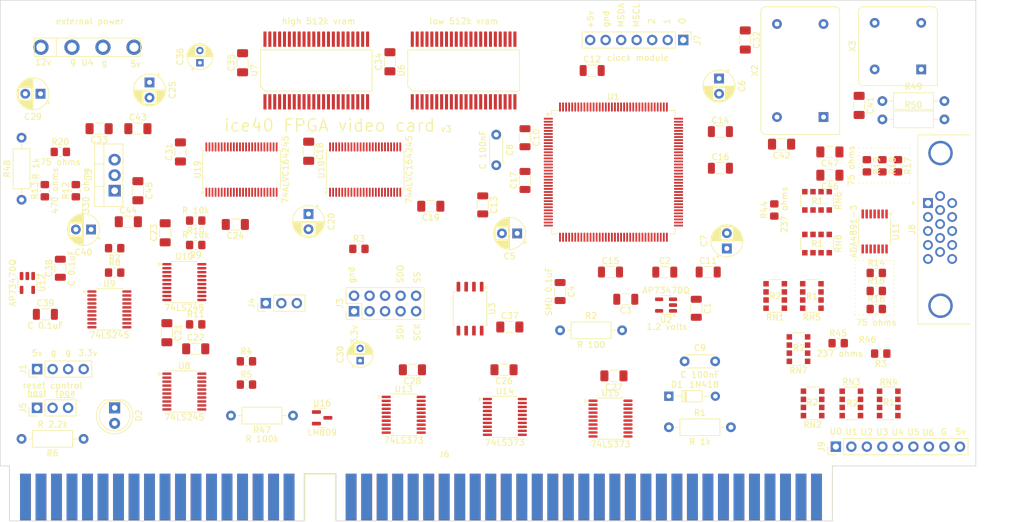
<source format=kicad_pcb>
(kicad_pcb (version 20240108) (generator "pcbnew") (generator_version "8.0")
  (layers (0 "F.Cu" signal) (1 "In1.Cu" signal) (2 "In2.Cu" signal) (31 "B.Cu" signal) (34 "B.Paste" user) (35 "F.Paste" user) (36 "B.SilkS" user "B.Silkscreen") (37 "F.SilkS" user "F.Silkscreen") (38 "B.Mask" user) (39 "F.Mask" user) (44 "Edge.Cuts" user))
  (net 0 "")
  (net 1 "+3.3V")
  (net 2 "GND")
  (net 3 "+1V2")
  (net 4 "Net-(U1E-VCCPLL0)")
  (net 5 "Net-(U1E-GNDPLL0)")
  (net 6 "+5V")
  (net 7 "Net-(D1-K)")
  (net 8 "Net-(D2-K)")
  (net 9 "CDONE_PROG")
  (net 11 "SPI_SCK")
  (net 12 "SPI_SDO")
  (net 13 "CRESET")
  (net 14 "SPI_SDI")
  (net 15 "SPI_SS")
  (net 17 "Net-(J4-Pin_1)")
  (net 18 "Net-(J4-Pin_3)")
  (net 19 "FPGA_RESET")
  (net 20 "DB06")
  (net 21 "HOST_RESET")
  (net 22 "IOR")
  (net 24 "AB03")
  (net 27 "AB08")
  (net 29 "IO_RDY")
  (net 31 "LA21")
  (net 33 "AB10")
  (net 34 "DB07")
  (net 36 "DB00")
  (net 37 "ISA_CLK")
  (net 38 "DB03")
  (net 40 "+12V")
  (net 42 "AB13")
  (net 43 "DB12")
  (net 44 "SMEMW")
  (net 46 "DB09")
  (net 47 "AB16")
  (net 50 "NOWS")
  (net 51 "BALE")
  (net 52 "MEMW")
  (net 53 "AB09")
  (net 55 "AB15")
  (net 57 "DB04")
  (net 60 "DB13")
  (net 61 "IOCS16")
  (net 62 "DB05")
  (net 66 "AB04")
  (net 68 "DB08")
  (net 69 "DB01")
  (net 71 "IOW")
  (net 72 "LA19")
  (net 73 "AB06")
  (net 76 "AB05")
  (net 78 "AB19")
  (net 79 "SBHE")
  (net 80 "LA17")
  (net 82 "AB17")
  (net 83 "LA23")
  (net 84 "CHRDY")
  (net 85 "LA18")
  (net 87 "AB01")
  (net 88 "AB07")
  (net 89 "AB12")
  (net 91 "AB00")
  (net 92 "DB10")
  (net 93 "MEMR")
  (net 94 "DB14")
  (net 96 "LA22")
  (net 97 "CHRDY_FPGA")
  (net 98 "LA20")
  (net 100 "AB11")
  (net 101 "AB18")
  (net 103 "MEMCS16")
  (net 105 "DB11")
  (net 106 "DB15")
  (net 107 "SMEMR")
  (net 108 "AB02")
  (net 109 "DB02")
  (net 110 "AB14")
  (net 112 "Net-(RN3A-R1.1)")
  (net 116 "VSYNC")
  (net 119 "HSYNC")
  (net 120 "Net-(RN1A-R1.1)")
  (net 121 "Net-(RN2C-R3.1)")
  (net 122 "Net-(U2-EN)")
  (net 123 "Net-(U9-A->B)")
  (net 124 "Net-(U9-CE)")
  (net 125 "Net-(U8-A->B)")
  (net 126 "Net-(U10-A->B)")
  (net 127 "Net-(U10-CE)")
  (net 128 "Net-(U12-EN)")
  (net 129 "Net-(X3-EN)")
  (net 130 "Net-(X2-Tri-State)")
  (net 131 "Net-(RN1C-R3.1)")
  (net 132 "Net-(RN1B-R2.1)")
  (net 133 "Net-(RN1D-R4.1)")
  (net 134 "Net-(RN2D-R4.1)")
  (net 135 "Net-(RN2A-R1.1)")
  (net 136 "Net-(RN2B-R2.1)")
  (net 137 "Net-(RN3B-R2.1)")
  (net 138 "Net-(RN3D-R4.1)")
  (net 139 "Net-(RN3C-R3.1)")
  (net 140 "Net-(RN4D-R4.2)")
  (net 141 "Net-(RN4A-R1.2)")
  (net 142 "Net-(RN4C-R3.2)")
  (net 143 "Net-(RN4B-R2.2)")
  (net 145 "IOR_FPGA")
  (net 146 "VD08")
  (net 147 "AV03")
  (net 148 "write_cmd")
  (net 149 "DS12")
  (net 150 "VD01")
  (net 151 "read_cmd")
  (net 152 "TE2")
  (net 154 "PIXEL_CLOCK")
  (net 155 "ALT19")
  (net 156 "TE3")
  (net 157 "FPGA_CLOCK")
  (net 158 "VD05")
  (net 159 "VD15")
  (net 160 "ALT16")
  (net 161 "AV04")
  (net 163 "DS05")
  (net 164 "AV19")
  (net 165 "AV09")
  (net 166 "MEMW_FPGA")
  (net 167 "ADS_LATCH")
  (net 168 "VD12")
  (net 171 "TE1")
  (net 172 "VGA_LATCH_RESET")
  (net 173 "AV01")
  (net 174 "MEMCS16_FPGA")
  (net 175 "DS04")
  (net 176 "ALT17")
  (net 177 "DS15")
  (net 178 "IOW_FPGA")
  (net 179 "Net-(U5-ADJ)")
  (net 181 "DS13")
  (net 182 "AV15")
  (net 183 "VRAM_high_en")
  (net 184 "VD02")
  (net 185 "BALE_FPGA")
  (net 186 "FPGA_RDY")
  (net 187 "IOCS16_FPGA")
  (net 188 "FPGA_WR")
  (net 189 "DS10")
  (net 191 "DS11")
  (net 192 "TE0")
  (net 193 "VD11")
  (net 194 "VGA_LATCH_CLK")
  (net 196 "ADS_OE")
  (net 197 "AV02")
  (net 198 "AV18")
  (net 199 "VD04")
  (net 200 "AV12")
  (net 201 "NOWS_FPGA")
  (net 202 "DS00")
  (net 203 "AV05")
  (net 204 "DS07")
  (net 205 "VRAM_low_en")
  (net 206 "AV13")
  (net 207 "AV07")
  (net 208 "1024_CLOCK")
  (net 209 "VD09")
  (net 210 "VD03")
  (net 211 "AV08")
  (net 212 "VD13")
  (net 213 "DS06")
  (net 214 "VD10")
  (net 215 "VD06")
  (net 216 "AV11")
  (net 217 "AV00")
  (net 218 "MEMR_FPGA")
  (net 219 "VD00")
  (net 220 "DS01")
  (net 221 "DS08")
  (net 222 "ALT18")
  (net 223 "FPGA_IO_EN")
  (net 224 "ISA_CLOCK_FPGA")
  (net 225 "AV17")
  (net 226 "AV14")
  (net 227 "SMEMW_FPGA")
  (net 228 "VD14")
  (net 229 "SMEMR_FPGA")
  (net 231 "DS09")
  (net 232 "VD07")
  (net 233 "DS14")
  (net 234 "AV16")
  (net 235 "DS02")
  (net 236 "AV10")
  (net 237 "DS03")
  (net 238 "AV06")
  (net 239 "SBHE_FPGA")
  (net 247 "HOST_RESET_FPGA")
  (net 258 "MCLK2")
  (net 261 "MCLK1")
  (net 276 "MSCL")
  (net 277 "MSDA")
  (net 278 "MCLK0")
  (net 288 "Net-(U11C--)")
  (net 289 "Net-(U11D--)")
  (net 290 "Net-(U11B--)")
  (net 291 "Net-(J8-Pad1)")
  (net 292 "Net-(J8-Pad3)")
  (net 293 "Net-(J8-Pad2)")
  (net 294 "Net-(R13-Pad2)")
  (net 295 "Net-(U11A-~{PD1})")
  (net 296 "Net-(U11A-~{PD2})")
  (net 297 "Net-(U11A-~{PD3})")
  (net 298 "UNUSED6")
  (net 299 "UNUSED5")
  (net 300 "UNUSED2")
  (net 301 "UNUSED0")
  (net 302 "UNUSED3")
  (net 303 "UNUSED4")
  (net 304 "UNUSED1")
  (footprint "Capacitor_SMD:C_1206_3216Metric_Pad1.33x1.80mm_HandSolder" (layer "F.Cu") (at 167.64 92.71 -90)
    (property "Reference" "C41")
    (property "Value" "0.1uF")
  )
  (footprint "Resistor_SMD:R_0805_2012Metric_Pad1.20x1.40mm_HandSolder" (layer "F.Cu") (at 171.45 102.6 -90)
    (property "Reference" "R18")
    (property "Value" "75 ohms")
  )
  (footprint "Package_SO:TSSOP-14_4.4x5mm_P0.65mm" (layer "F.Cu") (at 170.18 113.3525 -90)
    (property "Reference" "U11")
    (property "Value" "ADA4891-3")
  )
  (footprint "Capacitor_THT:CP_Radial_D5.0mm_P2.50mm" (layer "F.Cu") (at 51.435 88.94 -90)
    (property "Reference" "C25")
    (property "Value" "C_Polarized")
  )
  (footprint "Capacitor_THT:CP_Radial_D5.0mm_P2.50mm" (layer "F.Cu") (at 111.645 113.665 180)
    (property "Reference" "C5")
    (property "Value" "C_Polarized")
  )
  (footprint "Resistor_THT:R_Axial_DIN0207_L6.3mm_D2.5mm_P10.16mm_Horizontal" (layer "F.Cu") (at 171.45 92)
    (property "Reference" "R49")
    (property "Value" "R 1k")
  )
  (footprint "Capacitor_SMD:C_1206_3216Metric_Pad1.33x1.80mm_HandSolder" (layer "F.Cu") (at 56.4975 100.33 90)
    (property "Reference" "C31")
    (property "Value" "0.1uF")
  )
  (footprint "Diode_THT:D_DO-34_SOD68_P7.62mm_Horizontal" (layer "F.Cu") (at 136.48 140.335)
    (property "Reference" "D1")
    (property "Value" "D")
  )
  (footprint "Capacitor_SMD:C_1206_3216Metric_Pad1.33x1.80mm_HandSolder" (layer "F.Cu") (at 162.8525 100.33 180)
    (property "Reference" "C47")
    (property "Value" "C 1uF")
  )
  (footprint "Package_SO:TSSOP-20_4.4x6.5mm_P0.65mm" (layer "F.Cu") (at 93.0625 143.375)
    (property "Reference" "U13")
    (property "Value" "74LS373")
  )
  (footprint "Resistor_SMD:R_0805_2012Metric_Pad1.20x1.40mm_HandSolder" (layer "F.Cu") (at 59 115.57 180)
    (property "Reference" "R9")
    (property "Value" "R 10k")
  )
  (footprint "Capacitor_SMD:C_1206_3216Metric" (layer "F.Cu") (at 140.97 125.935 -90)
    (property "Reference" "C1")
    (property "Value" "C 0.1uF")
  )
  (footprint "Resistor_SMD:R_Array_Convex_4x1206" (layer "F.Cu") (at 172.49 141.51)
    (property "Reference" "RN4")
    (property "Value" "R_Pack04_Split")
  )
  (footprint "Resistor_THT:R_Axial_DIN0207_L6.3mm_D2.5mm_P10.16mm_Horizontal" (layer "F.Cu") (at 74.93 143.51 180)
    (property "Reference" "R47")
    (property "Value" "R 100k")
  )
  (footprint "Package_SO:TSSOP-20_4.4x6.5mm_P0.65mm" (layer "F.Cu") (at 57.1375 139.57)
    (property "Reference" "U8")
    (property "Value" "74LS245")
  )
  (footprint "Package_SO:TSSOP-20_4.4x6.5mm_P0.65mm" (layer "F.Cu") (at 57.1375 121.645)
    (property "Reference" "U10")
    (property "Value" "74LS245")
  )
  (footprint "Capacitor_THT:CP_Radial_D5.0mm_P2.50mm" (layer "F.Cu") (at 41.87 113.03 180)
    (property "Reference" "C40")
    (property "Value" "C_Polarized")
  )
  (footprint "Capacitor_SMD:C_1206_3216Metric_Pad1.33x1.80mm_HandSolder" (layer "F.Cu") (at 149 82 -90)
    (property "Reference" "C32")
    (property "Value" "0.1uF")
  )
  (footprint "Capacitor_SMD:C_1206_3216Metric" (layer "F.Cu") (at 106 109 -90)
    (property "Reference" "C13")
    (property "Value" "C 1uF")
  )
  (footprint "Connector_PinHeader_2.54mm:PinHeader_1x03_P2.54mm_Vertical" (layer "F.Cu") (at 70.485 125.095 90)
    (property "Reference" "J4")
    (property "Value" "Conn_01x03")
  )
  (footprint "Capacitor_SMD:C_1206_3216Metric" (layer "F.Cu") (at 135.815 120.015)
    (property "Reference" "C2")
    (property "Value" "C 0.1uF")
  )
  (footprint "Package_TO_SOT_SMD:SOT-23-5" (layer "F.Cu") (at 31.43 121.7875 -90)
    (property "Reference" "U12")
    (property "Value" "AP7347DQ")
  )
  (footprint "Capacitor_THT:CP_Radial_D5.0mm_P2.50mm" (layer "F.Cu") (at 33.590113 90.805 180)
    (property "Reference" "C29")
    (property "Value" "C_Polarized")
  )
  (footprint "Capacitor_SMD:C_1206_3216Metric_Pad1.33x1.80mm_HandSolder" (layer "F.Cu") (at 94.4875 136 180)
    (property "Reference" "C28")
    (property "Value" "0.1uF")
  )
  (footprint "Capacitor_SMD:C_1206_3216Metric" (layer "F.Cu") (at 144.925 103)
    (property "Reference" "C16")
    (property "Value" "C 1uF")
  )
  (footprint "Capacitor_SMD:C_1206_3216Metric_Pad1.33x1.80mm_HandSolder" (layer "F.Cu") (at 66.675 85.725 90)
    (property "Reference" "C35")
    (property "Value" "0.1uF")
  )
  (footprint "Resistor_SMD:R_0805_2012Metric_Pad1.20x1.40mm_HandSolder" (layer "F.Cu") (at 170.45 126.0525)
    (property "Reference" "R16")
    (property "Value" "75 ohms")
  )
  (footprint "486system:TSOP-44" (layer "F.Cu") (at 102.87 86.995)
    (property "Reference" "U6")
    (property "Value" "CY7C1049G30")
  )
  (footprint "Connector_PCBEdge:BUS_AT" (layer "F.Cu") (at 160.655 156.845)
    (property "Reference" "J6")
    (property "Value" "Bus_ISA_16bit")
  )
  (footprint "Resistor_SMD:R_0805_2012Metric_Pad1.20x1.40mm_HandSolder" (layer "F.Cu") (at 173.99 102.6 -90)
    (property "Reference" "R17")
    (property "Value" "75 ohms")
  )
  (footprint "Package_SO:TSSOP-48_6.1x12.5mm_P0.5mm" (layer "F.Cu") (at 86.7475 103.22 90)
    (property "Reference" "U18")
    (property "Value" "74ALVC164245")
  )
  (footprint "Resistor_THT:R_Axial_DIN0207_L6.3mm_D2.5mm_P10.16mm_Horizontal" (layer "F.Cu") (at 118.67 129.54)
    (property "Reference" "R2")
    (property "Value" "R 100")
  )
  (footprint "Resistor_SMD:R_0805_2012Metric_Pad1.20x1.40mm_HandSolder" (layer "F.Cu") (at 39.37 106.68 90)
    (property "Reference" "R12")
    (property "Value" "330 ohms")
  )
  (footprint "Capacitor_SMD:C_1206_3216Metric_Pad1.33x1.80mm_HandSolder" (layer "F.Cu") (at 54 113.57 90)
    (property "Reference" "C23")
    (property "Value" "0.1uF")
  )
  (footprint "LED_THT:LED_D5.0mm" (layer "F.Cu") (at 45.72 142.24 -90)
    (property "Reference" "D2")
    (property "Value" "LED")
  )
  (footprint "Capacitor_SMD:C_1206_3216Metric" (layer "F.Cu") (at 112.925 105 90)
    (property "Reference" "C17")
    (property "Value" "C 1uF")
  )
  (footprint "Capacitor_SMD:C_1206_3216Metric" (layer "F.Cu") (at 126.925 120)
    (property "Reference" "C15")
    (property "Value" "C 0.1uF")
  )
  (footprint "Capacitor_THT:CP_Radial_D5.0mm_P2.50mm" (layer "F.Cu") (at 77.47 110.49 -90)
    (property "Reference" "C20")
    (property "Value" "C_Polarized")
  )
  (footprint "Capacitor_SMD:C_1206_3216Metric_Pad1.33x1.80mm_HandSolder" (layer "F.Cu") (at 49.53 96.52)
    (property "Reference" "C43")
    (property "Value" "C 1uF")
  )
  (footprint "Resistor_SMD:R_0805_2012Metric_Pad1.20x1.40mm_HandSolder" (layer "F.Cu") (at 85.725 116.205)
    (property "Reference" "R3")
    (property "Value" "R 10k")
  )
  (footprint "Resistor_THT:R_Axial_DIN0207_L6.3mm_D2.5mm_P10.16mm_Horizontal" (layer "F.Cu") (at 40.64 147.32 180)
    (property "Reference" "R6")
    (property "Value" "R 2.2k")
  )
  (footprint "Package_QFP:TQFP-144_20x20mm_P0.5mm" (layer "F.Cu") (at 127.405 103.6375)
    (property "Reference" "U1")
    (property "Value" "ICE40HX4K-TQ144")
  )
  (footprint "Package_TO_SOT_SMD:SOT-23-5" (layer "F.Cu") (at 136.0225 125.41 180)
    (property "Reference" "U2")
    (property "Value" "AP7347DQ")
  )
  (footprint "Resistor_SMD:R_0805_2012Metric_Pad1.20x1.40mm_HandSolder" (layer "F.Cu") (at 45.725 120.09)
    (property "Reference" "R8")
    (property "Value" "R 10k")
  )
  (footprint "Capacitor_THT:C_Disc_D4.3mm_W1.9mm_P5.00mm" (layer "F.Cu") (at 139.065 134.62)
    (property "Reference" "C9")
    (property "Value" "C 100nF")
  )
  (footprint "Package_SO:TSSOP-20_4.4x6.5mm_P0.65mm" (layer "F.Cu") (at 126.925 144)
    (property "Reference" "U15")
    (property "Value" "74LS373")
  )
  (footprint "Package_SO:TSSOP-20_4.4x6.5mm_P0.65mm" (layer "F.Cu") (at 44.8625 126.115)
    (property "Reference" "U9")
    (property "Value" "74LS245")
  )
  (footprint "Capacitor_SMD:C_1206_3216Metric_Pad1.33x1.80mm_HandSolder" (layer "F.Cu") (at 154.94 99.06 180)
    (property "Reference" "C42")
    (property "Value" "0.1uF")
  )
  (footprint "Connector_PinHeader_2.54mm:PinHeader_1x07_P2.54mm_Vertical" (layer "F.Cu") (at 138.83 82 -90)
    (property "Reference" "J7")
    (property "Value" "Conn_01x07")
  )
  (footprint "Capacitor_SMD:C_1206_3216Metric" (layer "F.Cu") (at 142.925 120)
    (property "Reference" "C11")
    (property "Value" "C 0.1uF")
  )
  (footprint "Capacitor_SMD:C_1206_3216Metric_Pad1.33x1.80mm_HandSolder" (layer "F.Cu") (at 109.4875 136 180)
    (property "Reference" "C26")
    (property "Value" "0.1uF")
  )
  (footprint "Resistor_SMD:R_Array_Convex_4x1206" (layer "F.Cu") (at 160.02 141.51 180)
    (property "Reference" "RN2")
    (property "Value" "R_Pack04_Split")
  )
  (footprint "486system:TSOP-44" (layer "F.Cu") (at 78.74 86.995)
    (property "Reference" "U7")
    (property "Value" "CY7C1049G30")
  )
  (footprint "Capacitor_SMD:C_1206_3216Metric_Pad1.33x1.80mm_HandSolder" (layer "F.Cu") (at 47.9675 111.76)
    (property "Reference" "C44")
    (property "Value" "C 0.1uF")
  )
  (footprint "Resistor_SMD:R_0805_2012Metric_Pad1.20x1.40mm_HandSolder" (layer "F.Cu") (at 45.725 116.09 180)
    (property "Reference" "R7")
    (property "Value" "R 10k")
  )
  (footprint "Capacitor_SMD:C_1206_3216Metric_Pad1.33x1.80mm_HandSolder" (layer "F.Cu") (at 54.275 129.9325 -90)
    (property "Reference" "C21")
    (property "Value" "0.1uF")
  )
  (footprint "Resistor_SMD:R_0805_2012Metric_Pad1.20x1.40mm_HandSolder" (layer "F.Cu") (at 59 128.57)
    (property "Reference" "R11")
    (property "Value" "R 10k")
  )
  (footprint "Connector_PinHeader_2.54mm:PinHeader_1x03_P2.54mm_Vertical" (layer "F.Cu") (at 33.02 142.24 90)
    (property "Reference" "J5")
    (property "Value" "Conn_01x03")
  )
  (footprint "Connector_PinHeader_2.54mm:PinHeader_1x04_P2.54mm_Vertical" (layer "F.Cu") (at 33.03 135.89 90)
    (property "Reference" "J1")
    (property "Value" "Conn_01x04")
  )
  (footprint "Capacitor_SMD:C_1206_3216Metric" (layer "F.Cu") (at 112.925 98 -90)
    (property "Reference" "C10")
    (property "Value" "C 0.1uF")
  )
  (footprint "Resistor_SMD:R_0805_2012Metric_Pad1.20x1.40mm_HandSolder" (layer "F.Cu") (at 168.91 102.6 -90)
    (property "Reference" "R19")
    (property "Value" "75 ohms")
  )
  (footprint "Resistor_THT:R_Axial_DIN0207_L6.3mm_D2.5mm_P10.16mm_Horizontal" (layer "F.Cu") (at 30.48 108.16 90)
    (property "Reference" "R48")
    (property "Value" "R 1k")
  )
  (footprint "Package_SO:SOIC-8_5.275x5.275mm_P1.27mm" (layer "F.Cu") (at 103.925 126 -90)
    (property "Reference" "U3")
    (property "Value" "~")
  )
  (footprint "Capacitor_SMD:C_1206_3216Metric_Pad1.33x1.80mm_HandSolder" (layer "F.Cu") (at 110.4375 129)
    (property "Reference" "C37")
    (property "Value" "0.1uF")
  )
  (footprint "Resistor_THT:R_Axial_DIN0207_L6.3mm_D2.5mm_P10.16mm_Horizontal" (layer "F.Cu") (at 136.485 145.415)
    (property "Reference" "R1")
    (property "Value" "R 1k")
  )
  (footprint "Resistor_SMD:R_0805_2012Metric_Pad1.20x1.40mm_HandSolder" (layer "F.Cu") (at 153.75 109.84 90)
    (property "Reference" "R44")
    (property "Value" "R3")
  )
  (footprint "Resistor_SMD:R_Array_Convex_4x1206" (layer "F.Cu") (at 159.9 123.92 180)
    (property "Reference" "RN5")
    (property "Value" "R_Pack04_Split")
  )
  (footprint "Package_SO:TSSOP-48_6.1x12.5mm_P0.5mm" (layer "F.Cu") (at 66.4975 103.22 90)
    (property "Reference" "U19")
    (property "Value" "74ALVC164245")
  )
  (footprint "Capacitor_SMD:C_1206_3216Metric_Pad1.33x1.80mm_HandSolder" (layer "F.Cu") (at 49.53 106.68 -90)
    (property "Reference" "C45")
    (property "Value" "C 1uF")
  )
  (footprint "Capacitor_THT:CP_Radial_D4.0mm_P2.00mm" (layer "F.Cu") (at 59.69 85.725 90)
    (property "Reference" "C36")
    (property "Value" "C_Polarized")
  )
  (footprint "Resistor_SMD:R_Array_Convex_4x1206" (layer "F.Cu") (at 160.75 115.34 -90)
    (property "Reference" "RN8")
    (property "Value" "R_Pack04_Split")
  )
  (footprint "Capacitor_SMD:C_1206_3216Metric_Pad1.33x1.80mm_HandSolder" (layer "F.Cu") (at 59 132.57)
    (property "Reference" "C22")
    (property "Value" "0.1uF")
  )
  (footprint "486system:Mouser_Molex" (layer "F.Cu") (at 41.275 83.185)
    (property "Reference" "U4")
    (property "Value" "~")
  )
  (footprint "Oscillator:Oscillator_DIP-14" (layer "F.Cu") (at 161.81 94.62 90)
    (property "Reference" "X2")
    (property "Value" "65MHz")
  )
  (footprint "Capacitor_SMD:C_1206_3216Metric" (layer "F.Cu") (at 36.83 119.38 90)
    (property "Reference" "C38")
    (property "Value" "C 0.1uF")
  )
  (footprint "Capacitor_SMD:C_1206_3216Metric" (layer "F.Cu") (at 123.925 87)
    (property "Reference" "C12")
    (property "Value" "C 1uF")
  )
  (footprint "Capacitor_SMD:C_1206_3216Metric_Pad1.33x1.80mm_HandSolder" (layer "F.Cu") (at 97.4975 109.22 180)
    (property "Reference" "C19")
    (property "Value" "0.1uF")
  )
  (footprint "Package_SO:TSSOP-20_4.4x6.5mm_P0.65mm" (layer "F.Cu") (at 109.625 143.725)
    (property "Reference" "U14")
    (property "Value" "74LS373")
  )
  (footprint "Capacitor_SMD:C_1206_3216Metric" (layer "F.Cu") (at 34.38 126.925)
    (property "Reference" "C39")
    (property "Value" "C 0.1uF")
  )
  (footprint "Capacitor_SMD:C_1206_3216Metric" (layer "F.Cu") (at 144.925 97)
    (property "Reference" "C14")
    (property "Value" "C 0.1uF")
  )
  (footprint "Oscillator:Oscillator_DIP-8" (layer "F.Cu") (at 177.81 86.81 90)
    (property "Reference" "X3")
    (property "Value" "25.175MHz")
  )
  (footprint "Connector_Dsub:DSUB-15-HD_Female_Horizontal_P2.29x1.98mm_EdgePinOffset3.03mm_Housed_MountingHolesOffset4.94mm" (layer "F.Cu") (at 178.92 108.7 90)
    (property "Reference" "J8")
    (property "Value" "DB15_Female_HighDensity")
  )
  (footprint "Resistor_SMD:R_Array_Convex_4x1206" (layer "F.Cu") (at 166.37 141.51)
    (property "Reference" "RN3")
    (property "Value" "R_Pack04_Split")
  )
  (footprint "Capacitor_SMD:C_1206_3216Metric_Pad1.33x1.80mm_HandSolder" (layer "F.Cu") (at 43.18 96.52 180)
    (property "Reference" "C33")
    (property "Value" "C 0.1uF")
  )
  (footprint "Connector_PinHeader_2.54mm:PinHeader_2x05_P2.54mm_Vertical" (layer "F.Cu") (at 84.93 126.42 90)
    (property "Reference" "J3")
    (property "Value" "Conn_02x05_Odd_Even")
  )
  (footprint "Resistor_SMD:R_0805_2012Metric_Pad1.20x1.40mm_HandSolder" (layer "F.Cu") (at 34.29 106.68 90)
    (property "Reference" "R13")
    (property "Value" "470 ohms")
  )
  (footprint "Capacitor_THT:CP_Radial_D4.0mm_P2.00mm" (layer "F.Cu") (at 85.925 134.5 90)
    (property "Reference" "C30")
    (property "Value" "C_Polarized")
  )
  (footprint "Capacitor_SMD:C_1206_3216Metric_Pad1.33x1.80mm_HandSolder" (layer "F.Cu") (at 162.8525 104.14 180)
    (property "Reference" "C46")
    (property "Value" "C 0.1uF")
  )
  (footprint "Capacitor_SMD:C_1206_3216Metric_Pad1.33x1.80mm_HandSolder" (layer "F.Cu") (at 77.4975 100.22 -90)
    (property "Reference" "C18")
    (property "Value" "0.1uF")
  )
  (footprint "Resistor_SMD:R_0805_2012Metric_Pad1.20x1.40mm_HandSolder" (layer "F.Cu") (at 170.45 123.1025)
    (property "Reference" "R15")
    (property "Value" "75 ohms")
  )
  (footprint "Capacitor_THT:CP_Radial_D5.0mm_P2.50mm" (layer "F.Cu") (at 144.705 88.305 -90)
    (property "Reference" "C6")
    (property "Value" "C_Polarized")
  )
  (footprint "Connector_PinHeader_2.54mm:PinHeader_1x09_P2.54mm_Vertical" (layer "F.Cu") (at 163.83 148.59 90)
    (property "Reference" "J9")
    (property "Value" "Conn_01x09")
  )
  (footprint "Resistor_SMD:R_0805_2012Metric_Pad1.20x1.40mm_HandSolder" (layer "F.Cu") (at 67.31 138.43)
    (property "Reference" "R5")
    (property "Value" "R 10k")
  )
  (footprint "Package_TO_SOT_THT:TO-220-3_Vertical" (layer "F.Cu") (at 45.72 106.68 90)
    (property "Reference" "U5")
    (property "Value" "LM317_TO-220")
  )
  (footprint "Resistor_SMD:R_Array_Convex_4x1206" (layer "F.Cu") (at 157.71 132.62 180)
    (property "Reference" "RN7")
    (property "Value" "R_Pack04_Split")
  )
  (footprint "Resistor_SMD:R_0805_2012Metric_Pad1.20x1.40mm_HandSolder" (layer "F.Cu") (at 67.31 134.62)
    (property "Reference" "R4")
    (property "Value" "R 10k")
  )
  (footprint "Capacitor_SMD:C_1206_3216Metric_Pad1.33x1.80mm_HandSolder" (layer "F.Cu") (at 90.805 85.5625 90)
    (property "Reference" "C34")
    (property "Value" "0.1uF")
  )
  (footprint "Capacitor_THT:C_Disc_D4.3mm_W1.9mm_P5.00mm" (layer "F.Cu") (at 108.215 97.505 -90)
    (property "Reference" "C8")
    (property "Value" "C 100nF")
  )
  (footprint "Resistor_THT:R_Axial_DIN0207_L6.3mm_D2.5mm_P10.16mm_Horizontal" (layer "F.Cu") (at 171.45 95)
    (property "Reference" "R50")
    (property "Value" "R 1k")
  )
  (footprint "Resistor_SMD:R_0805_2012Metric_Pad1.20x1.40mm_HandSolder" (layer "F.Cu") (at 171.18 133.35)
    (property "Reference" "R46")
    (property "Value" "R3")
  )
  (footprint "Resistor_SMD:R_0805_2012Metric_Pad1.20x1.40mm_HandSolder" (layer "F.Cu") (at 36.83 100.33)
    (property "Reference" "R20")
    (property "Value" "75 ohms")
  )
  (footprint "Resistor_SMD:R_0805_2012Metric_Pad1.20x1.40mm_HandSolder" (layer "F.Cu") (at 59 111.57 180)
    (property "Reference" "R10")
    (property "Value" "R 10k")
  )
  (footprint "Resistor_SMD:R_0805_2012Metric_Pad1.20x1.40mm_HandSolder" (layer "F.Cu") (at 170.45 120.1525)
    (property "Reference" "R14")
    (property "Value" "75 ohms")
  )
  (footprint "Package_TO_SOT_SMD:SOT-23" (layer "F.Cu") (at 79.7075 143.875)
    (property "Reference" "U16")
    (property "Value" "LM809")
  )
  (footprint "Resistor_SMD:R_Array_Convex_4x1206" (layer "F.Cu") (at 153.9 123.92 180)
    (property "Reference" "RN1")
    (property "Value" "R_Pack04_Split")
  )
  (footprint "Resistor_SMD:R_Array_Convex_4x1206" (layer "F.Cu") (at 160.75 108.34 -90)
    (property "Reference" "RN6")
    (property "Value" "R_Pack04_Split")
  )
  (footprint "Capacitor_SMD:C_1206_3216Metric_Pad1.33x1.80mm_HandSolder" (layer "F.Cu") (at 127.4875 137 180)
    (property "Reference" "C27")
    (property "Value" "0.1uF")
  )
  (footprint "Capacitor_SMD:C_1206_3216Metric_Pad1.33x1.80mm_HandSolder" (layer "F.Cu") (at 65.4875 112.2075 180)
    (property "Reference" "C24")
    (property "Value" "0.1uF")
  )
  (footprint "Capacitor_SMD:C_1206_3216Metric" (layer "F.Cu") (at 118.67 123.19 -90)
    (property "Reference" "C4")
    (property "Value" "SMD 0.1uF")
  )
  (footprint "Resistor_SMD:R_0805_2012Metric_Pad1.20x1.40mm_HandSolder" (layer "F.Cu") (at 164.21 131.65)
    (property "Reference" "R45")
    (property "Value" "R3")
  )
  (footprint "Capacitor_SMD:C_1206_3216Metric" (layer "F.Cu") (at 129.425 124.46 180)
    (property "Reference" "C3")
    (property "Value" "C 10uF")
  )
  (footprint "Capacitor_THT:CP_Radial_D5.0mm_P2.50mm" (layer "F.Cu") (at 145.975 116.1401 90)
    (property "Reference" "C7")
    (property "Value" "C_Polarized")
  )
  (gr_line (start 175.895 105.41) (end 175.895 99.695) (stroke (width 0.15) (type dot)) (layer "F.SilkS"))
  (gr_line (start 167.64 105.41) (end 175.895 105.41) (stroke (width 0.15) (type dot)) (layer "F.SilkS"))
  (gr_line (start 173.355 118.11) (end 167.005 118.11) (stroke (width 0.15) (type dot)) (layer "F.SilkS"))
  (gr_line (start 31.554989 140.401312) (end 34.350027 140.449711) (stroke (width 0.15)) (layer "F.SilkS"))
  (gr_line (start 167.005 127) (end 173.355 127) (stroke (width 0.15) (type dot)) (layer "F.SilkS"))
  (gr_line (start 36.152886 140.546509) (end 39.032622 140.582808) (stroke (width 0.15)) (layer "F.SilkS"))
  (gr_line (start 175.895 99.695) (end 167.64 99.695) (stroke (width 0.15) (type dot)) (layer "F.SilkS"))
  (gr_line (start 173.355 127) (end 173.355 118.11) (stroke (width 0.15) (type dot)) (layer "F.SilkS"))
  (gr_line (start 167.005 118.11) (end 167.005 127) (stroke (width 0.15) (type dot)) (layer "F.SilkS"))
  (gr_line (start 167.64 99.695) (end 167.64 105.41) (stroke (width 0.15) (type dot)) (layer "F.SilkS"))
  (gr_line (start 186.75 151.75) (end 186.75 75.5) (stroke (width 0.1)) (layer "Edge.Cuts"))
  (gr_line (start 82 160.75) (end 82 153) (stroke (width 0.1)) (layer "Edge.Cuts"))
  (gr_line (start 163.75 151.75) (end 163.25 151.75) (stroke (width 0.1)) (layer "Edge.Cuts"))
  (gr_line (start 76.75 153) (end 76.75 160.75) (stroke (width 0.1)) (layer "Edge.Cuts"))
  (gr_line (start 163.25 151.75) (end 163.25 160.75) (stroke (width 0.1)) (layer "Edge.Cuts"))
  (gr_line (start 27 75.5) (end 186.75 75.5) (stroke (width 0.1)) (layer "Edge.Cuts"))
  (gr_line (start 163.75 151.75) (end 164.75 151.75) (stroke (width 0.1)) (layer "Edge.Cuts"))
  (gr_line (start 164.75 151.75) (end 186.75 151.75) (stroke (width 0.1)) (layer "Edge.Cuts"))
  (gr_line (start 28.5 160.75) (end 28.5 151.75) (stroke (width 0.1)) (layer "Edge.Cuts"))
  (gr_line (start 163.25 160.75) (end 82 160.75) (stroke (width 0.1)) (layer "Edge.Cuts"))
  (gr_line (start 82 153) (end 76.75 153) (stroke (width 0.1)) (layer "Edge.Cuts"))
  (gr_line (start 76.75 160.75) (end 28.5 160.75) (stroke (width 0.1)) (layer "Edge.Cuts"))
  (gr_line (start 28.5 151.75) (end 27 151.75) (stroke (width 0.1)) (layer "Edge.Cuts"))
  (gr_line (start 27 151.75) (end 27 75.5) (stroke (width 0.1)) (layer "Edge.Cuts"))
  (gr_text "clock module" (at 126.25 85.5 0) (layer "F.SilkS") (effects (font (size 1 1)) (justify left bottom)))
  (gr_text "g" (at 35.172808 133.710162 0) (layer "F.SilkS") (effects (font (size 1 1)) (justify left bottom)))
  (gr_text "U4" (at 172.87874 146.81478 0) (layer "F.SilkS") (effects (font (size 1 1)) (justify left bottom)))
  (gr_text "237 ohms" (at 155.40606 109.82517 90) (layer "F.SilkS") (effects (font (size 1 1))))
  (gr_text "v3" (at 99.06 97.155 0) (layer "F.SilkS") (effects (font (size 1 1)) (justify left bottom)))
  (gr_text "R2" (at 165.446479 142.059865 0) (layer "F.SilkS") (effects (font (size 1 1)) (justify left bottom)))
  (gr_text "3.3v" (at 85.59 131.92 90) (layer "F.SilkS") (effects (font (size 1 1)) (justify left bottom)))
  (gr_text "U2" (at 167.791137 146.796144 0) (layer "F.SilkS") (effects (font (size 1 1)) (justify left bottom)))
  (gr_text "R1" (at 159.72872 108.952873 0) (layer "F.SilkS") (effects (font (size 1 1)) (justify left bottom)))
  (gr_text "R2" (at 156.706237 133.021449 0) (layer "F.SilkS") (effects (font (size 1 1)) (justify left bottom)))
  (gr_text "R1" (at 159.72872 115.959975 0) (layer "F.SilkS") (effects (font (size 1 1)) (justify left bottom)))
  (gr_text "+5v" (at 124.25 80.25 90) (layer "F.SilkS") (effects (font (size 1 1)) (justify left bottom)))
  (gr_text "ice40 FPGA video card" (at 63.5 97.155 0) (layer "F.SilkS") (effects (font (size 2 2) (thickness 0.2)) (justify left bottom)))
  (gr_text "low 512k vram" (at 97.155 79.5 0) (layer "F.SilkS") (effects (font (size 1 1)) (justify left bottom)))
  (gr_text "SCK" (at 95.84 131.42 90) (layer "F.SilkS") (effects (font (size 1 1)) (justify left bottom)))
  (gr_text "1" (at 136.75 79.5 90) (layer "F.SilkS") (effects (font (size 1 1)) (justify left bottom)))
  (gr_text "gnd" (at 126.75 80 90) (layer "F.SilkS") (effects (font (size 1 1)) (justify left bottom)))
  (gr_text "reset control" (at 30.587011 139.15504 0) (layer "F.SilkS") (effects (font (size 1 1)) (justify left bottom)))
  (gr_text "2" (at 134.25 79.5 90) (layer "F.SilkS") (effects (font (size 1 1)) (justify left bottom)))
  (gr_text "237 ohms" (at 164.465 133.35 0) (layer "F.SilkS") (effects (font (size 1 1))))
  (gr_text "G" (at 180.929453 146.758872 0) (layer "F.SilkS") (effects (font (size 1 1)) (justify left bottom)))
  (gr_text "U5" (at 175.43186 146.796144 0) (layer "F.SilkS") (effects (font (size 1 1)) (justify left bottom)))
  (gr_text "5v" (at 48.193153 86.526504 0) (layer "F.SilkS") (effects (font (size 1 1)) (justify left bottom)))
  (gr_text "12v" (at 32.584502 86.207071 0) (layer "F.SilkS") (effects (font (size 1 1)) (justify left bottom)))
  (gr_text "U6" (at 177.873164 146.870687 0) (layer "F.SilkS") (effects (font (size 1 1)) (justify left bottom)))
  (gr_text "external power" (at 36 79.52 0) (layer "F.SilkS") (effects (font (size 1 1)) (justify left bottom)))
  (gr_text "MSDA" (at 129.25 80 90) (layer "F.SilkS") (effects (font (size 1 1)) (justify left bottom)))
  (gr_text "host" (at 31.300895 140.377113 0) (layer "F.SilkS") (effects (font (size 1 1)) (justify left bottom)))
  (gr_text "fpga" (at 35.935091 140.340814 0) (layer "F.SilkS") (effects (font (size 1 1)) (justify left bottom)))
  (gr_text "high 512k vram" (at 73.025 79.5 0) (layer "F.SilkS") (effects (font (size 1 1)) (justify left bottom)))
  (gr_text "SDO" (at 93.09 121.92 90) (layer "F.SilkS") (effects (font (size 1 1)) (justify left bottom)))
  (gr_text "R1" (at 158.842707 124.553743 0) (layer "F.SilkS") (effects (font (size 1 1)) (justify left bottom)))
  (gr_text "1.2 volts" (at 132.715 129.54 0) (layer "F.SilkS") (effects (font (size 1 1)) (justify left bottom)))
  (gr_text "U0" (at 162.740806 146.684328 0) (layer "F.SilkS") (effects (font (size 1 1)) (justify left bottom)))
  (gr_text "R2" (at 152.848604 124.504838 0) (layer "F.SilkS") (effects (font (size 1 1)) (justify left bottom)))
  (gr_text "g" (at 43.488778 86.294189 0) (layer "F.SilkS") (effects (font (size 1 1)) (justify left bottom)))
  (gr_text "gnd" (at 85.09 121.92 90) (layer "F.SilkS") (effects (font (size 1 1)) (justify left bottom)))
  (gr_text "R1" (at 171.447241 141.929413 0) (layer "F.SilkS") (effects (font (size 1 1)) (justify left bottom)))
  (gr_text "SDI" (at 93.09 131.17 90) (layer "F.SilkS") (effects (font (size 1 1)) (justify left bottom)))
  (gr_text "5v" (at 32.075277 133.855358 0) (layer "F.SilkS") (effects (font (size 1 1)) (justify left bottom)))
  (gr_text "MSCL" (at 131.75 80 90) (layer "F.SilkS") (effects (font (size 1 1)) (justify left bottom)))
  (gr_text "SS" (at 95.84 121.92 90) (layer "F.SilkS") (effects (font (size 1 1)) (justify left bottom)))
  (gr_text "3.3v" (at 39.649708 133.831159 0) (layer "F.SilkS") (effects (font (size 1 1)) (justify left bottom)))
  (gr_text "U1" (at 165.293925 146.740236 0) (layer "F.SilkS") (effects (font (size 1 1)) (justify left bottom)))
  (gr_text "g" (at 37.580654 133.661763 0) (layer "F.SilkS") (effects (font (size 1 1)) (justify left bottom)))
  (gr_text "5v" (at 183.31485 146.740236 0) (layer "F.SilkS") (effects (font (size 1 1)) (justify left bottom)))
  (gr_text "O" (at 139.25 79.5 90) (layer "F.SilkS") (effects (font (size 1 1)) (justify left bottom)))
  (gr_text "R2" (at 158.886638 141.929413 0) (layer "F.SilkS") (effects (font (size 1 1)) (justify left bottom)))
  (gr_text "U3" (at 170.325621 146.81478 0) (layer "F.SilkS") (effects (font (size 1 1)) (justify left bottom)))
  (gr_text "g" (at 38.363333 86.018315 0) (layer "F.SilkS") (effects (font (size 1 1)) (justify left bottom)))
)
</source>
